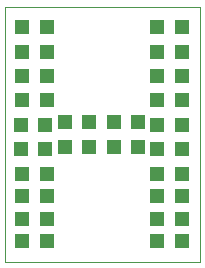
<source format=gtp>
G75*
%MOIN*%
%OFA0B0*%
%FSLAX24Y24*%
%IPPOS*%
%LPD*%
%AMOC8*
5,1,8,0,0,1.08239X$1,22.5*
%
%ADD10C,0.0000*%
%ADD11R,0.0472X0.0472*%
D10*
X002392Y002517D02*
X002392Y011017D01*
X008892Y011017D01*
X008892Y002517D01*
X002392Y002517D01*
D11*
X002976Y003196D03*
X002978Y003954D03*
X002978Y004704D03*
X002978Y005454D03*
X002916Y006267D03*
X002916Y007079D03*
X002978Y007892D03*
X002978Y008704D03*
X002978Y009517D03*
X002978Y010329D03*
X003805Y010329D03*
X003805Y009517D03*
X003805Y008704D03*
X003805Y007892D03*
X004392Y007180D03*
X003743Y007079D03*
X003743Y006267D03*
X004392Y006353D03*
X005204Y006353D03*
X006017Y006353D03*
X006838Y006339D03*
X007478Y006267D03*
X007478Y007079D03*
X006838Y007166D03*
X007478Y007892D03*
X007478Y008704D03*
X007478Y009517D03*
X007478Y010329D03*
X008305Y010329D03*
X008305Y009517D03*
X008305Y008704D03*
X008305Y007892D03*
X008305Y007079D03*
X008305Y006267D03*
X008305Y005454D03*
X008305Y004704D03*
X008305Y003954D03*
X008305Y003204D03*
X007478Y003204D03*
X007478Y003954D03*
X007478Y004704D03*
X007478Y005454D03*
X006017Y007180D03*
X005204Y007180D03*
X003805Y005454D03*
X003805Y004704D03*
X003805Y003954D03*
X003803Y003196D03*
M02*

</source>
